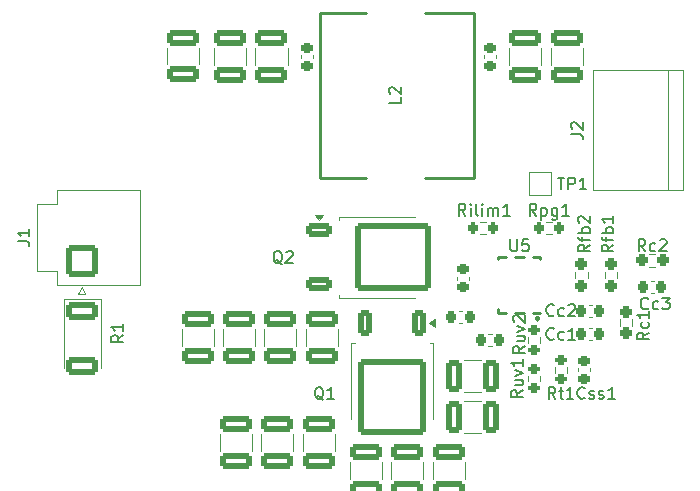
<source format=gbr>
%TF.GenerationSoftware,KiCad,Pcbnew,9.0.0*%
%TF.CreationDate,2025-04-27T18:44:57+09:00*%
%TF.ProjectId,LM25145_test,4c4d3235-3134-4355-9f74-6573742e6b69,rev?*%
%TF.SameCoordinates,Original*%
%TF.FileFunction,Legend,Top*%
%TF.FilePolarity,Positive*%
%FSLAX46Y46*%
G04 Gerber Fmt 4.6, Leading zero omitted, Abs format (unit mm)*
G04 Created by KiCad (PCBNEW 9.0.0) date 2025-04-27 18:44:57*
%MOMM*%
%LPD*%
G01*
G04 APERTURE LIST*
G04 Aperture macros list*
%AMRoundRect*
0 Rectangle with rounded corners*
0 $1 Rounding radius*
0 $2 $3 $4 $5 $6 $7 $8 $9 X,Y pos of 4 corners*
0 Add a 4 corners polygon primitive as box body*
4,1,4,$2,$3,$4,$5,$6,$7,$8,$9,$2,$3,0*
0 Add four circle primitives for the rounded corners*
1,1,$1+$1,$2,$3*
1,1,$1+$1,$4,$5*
1,1,$1+$1,$6,$7*
1,1,$1+$1,$8,$9*
0 Add four rect primitives between the rounded corners*
20,1,$1+$1,$2,$3,$4,$5,0*
20,1,$1+$1,$4,$5,$6,$7,0*
20,1,$1+$1,$6,$7,$8,$9,0*
20,1,$1+$1,$8,$9,$2,$3,0*%
G04 Aperture macros list end*
%ADD10C,0.150000*%
%ADD11C,0.120000*%
%ADD12C,0.254000*%
%ADD13RoundRect,0.250000X-1.100000X0.412500X-1.100000X-0.412500X1.100000X-0.412500X1.100000X0.412500X0*%
%ADD14RoundRect,0.200000X-0.200000X-0.275000X0.200000X-0.275000X0.200000X0.275000X-0.200000X0.275000X0*%
%ADD15C,1.400000*%
%ADD16RoundRect,0.250000X-0.412500X-1.100000X0.412500X-1.100000X0.412500X1.100000X-0.412500X1.100000X0*%
%ADD17RoundRect,0.225000X-0.225000X-0.250000X0.225000X-0.250000X0.225000X0.250000X-0.225000X0.250000X0*%
%ADD18RoundRect,0.249999X-1.075001X0.512501X-1.075001X-0.512501X1.075001X-0.512501X1.075001X0.512501X0*%
%ADD19RoundRect,0.250000X1.100000X-0.412500X1.100000X0.412500X-1.100000X0.412500X-1.100000X-0.412500X0*%
%ADD20RoundRect,0.200000X0.275000X-0.200000X0.275000X0.200000X-0.275000X0.200000X-0.275000X-0.200000X0*%
%ADD21R,0.280000X0.850000*%
%ADD22R,0.850000X0.280000*%
%ADD23R,1.700000X2.700000*%
%ADD24RoundRect,0.225000X-0.250000X0.225000X-0.250000X-0.225000X0.250000X-0.225000X0.250000X0.225000X0*%
%ADD25RoundRect,0.200000X-0.275000X0.200000X-0.275000X-0.200000X0.275000X-0.200000X0.275000X0.200000X0*%
%ADD26RoundRect,0.237500X0.237500X-0.250000X0.237500X0.250000X-0.237500X0.250000X-0.237500X-0.250000X0*%
%ADD27RoundRect,0.237500X0.250000X0.237500X-0.250000X0.237500X-0.250000X-0.237500X0.250000X-0.237500X0*%
%ADD28RoundRect,0.250001X1.099999X-1.099999X1.099999X1.099999X-1.099999X1.099999X-1.099999X-1.099999X0*%
%ADD29C,2.700000*%
%ADD30RoundRect,0.225000X0.250000X-0.225000X0.250000X0.225000X-0.250000X0.225000X-0.250000X-0.225000X0*%
%ADD31RoundRect,0.250000X-0.850000X-0.350000X0.850000X-0.350000X0.850000X0.350000X-0.850000X0.350000X0*%
%ADD32RoundRect,0.249997X-2.950003X-2.650003X2.950003X-2.650003X2.950003X2.650003X-2.950003X2.650003X0*%
%ADD33RoundRect,0.225000X0.225000X0.250000X-0.225000X0.250000X-0.225000X-0.250000X0.225000X-0.250000X0*%
%ADD34RoundRect,0.237500X-0.237500X0.250000X-0.237500X-0.250000X0.237500X-0.250000X0.237500X0.250000X0*%
%ADD35RoundRect,0.200000X0.200000X0.275000X-0.200000X0.275000X-0.200000X-0.275000X0.200000X-0.275000X0*%
%ADD36R,4.500000X4.500000*%
%ADD37R,3.000000X3.000000*%
%ADD38C,3.000000*%
%ADD39RoundRect,0.250000X-0.350000X0.850000X-0.350000X-0.850000X0.350000X-0.850000X0.350000X0.850000X0*%
%ADD40RoundRect,0.249997X-2.650003X2.950003X-2.650003X-2.950003X2.650003X-2.950003X2.650003X2.950003X0*%
G04 APERTURE END LIST*
D10*
X100308571Y-59214819D02*
X99975238Y-58738628D01*
X99737143Y-59214819D02*
X99737143Y-58214819D01*
X99737143Y-58214819D02*
X100118095Y-58214819D01*
X100118095Y-58214819D02*
X100213333Y-58262438D01*
X100213333Y-58262438D02*
X100260952Y-58310057D01*
X100260952Y-58310057D02*
X100308571Y-58405295D01*
X100308571Y-58405295D02*
X100308571Y-58548152D01*
X100308571Y-58548152D02*
X100260952Y-58643390D01*
X100260952Y-58643390D02*
X100213333Y-58691009D01*
X100213333Y-58691009D02*
X100118095Y-58738628D01*
X100118095Y-58738628D02*
X99737143Y-58738628D01*
X100737143Y-58548152D02*
X100737143Y-59548152D01*
X100737143Y-58595771D02*
X100832381Y-58548152D01*
X100832381Y-58548152D02*
X101022857Y-58548152D01*
X101022857Y-58548152D02*
X101118095Y-58595771D01*
X101118095Y-58595771D02*
X101165714Y-58643390D01*
X101165714Y-58643390D02*
X101213333Y-58738628D01*
X101213333Y-58738628D02*
X101213333Y-59024342D01*
X101213333Y-59024342D02*
X101165714Y-59119580D01*
X101165714Y-59119580D02*
X101118095Y-59167200D01*
X101118095Y-59167200D02*
X101022857Y-59214819D01*
X101022857Y-59214819D02*
X100832381Y-59214819D01*
X100832381Y-59214819D02*
X100737143Y-59167200D01*
X102070476Y-58548152D02*
X102070476Y-59357676D01*
X102070476Y-59357676D02*
X102022857Y-59452914D01*
X102022857Y-59452914D02*
X101975238Y-59500533D01*
X101975238Y-59500533D02*
X101880000Y-59548152D01*
X101880000Y-59548152D02*
X101737143Y-59548152D01*
X101737143Y-59548152D02*
X101641905Y-59500533D01*
X102070476Y-59167200D02*
X101975238Y-59214819D01*
X101975238Y-59214819D02*
X101784762Y-59214819D01*
X101784762Y-59214819D02*
X101689524Y-59167200D01*
X101689524Y-59167200D02*
X101641905Y-59119580D01*
X101641905Y-59119580D02*
X101594286Y-59024342D01*
X101594286Y-59024342D02*
X101594286Y-58738628D01*
X101594286Y-58738628D02*
X101641905Y-58643390D01*
X101641905Y-58643390D02*
X101689524Y-58595771D01*
X101689524Y-58595771D02*
X101784762Y-58548152D01*
X101784762Y-58548152D02*
X101975238Y-58548152D01*
X101975238Y-58548152D02*
X102070476Y-58595771D01*
X103070476Y-59214819D02*
X102499048Y-59214819D01*
X102784762Y-59214819D02*
X102784762Y-58214819D01*
X102784762Y-58214819D02*
X102689524Y-58357676D01*
X102689524Y-58357676D02*
X102594286Y-58452914D01*
X102594286Y-58452914D02*
X102499048Y-58500533D01*
X102118095Y-55984819D02*
X102689523Y-55984819D01*
X102403809Y-56984819D02*
X102403809Y-55984819D01*
X103022857Y-56984819D02*
X103022857Y-55984819D01*
X103022857Y-55984819D02*
X103403809Y-55984819D01*
X103403809Y-55984819D02*
X103499047Y-56032438D01*
X103499047Y-56032438D02*
X103546666Y-56080057D01*
X103546666Y-56080057D02*
X103594285Y-56175295D01*
X103594285Y-56175295D02*
X103594285Y-56318152D01*
X103594285Y-56318152D02*
X103546666Y-56413390D01*
X103546666Y-56413390D02*
X103499047Y-56461009D01*
X103499047Y-56461009D02*
X103403809Y-56508628D01*
X103403809Y-56508628D02*
X103022857Y-56508628D01*
X104546666Y-56984819D02*
X103975238Y-56984819D01*
X104260952Y-56984819D02*
X104260952Y-55984819D01*
X104260952Y-55984819D02*
X104165714Y-56127676D01*
X104165714Y-56127676D02*
X104070476Y-56222914D01*
X104070476Y-56222914D02*
X103975238Y-56270533D01*
X65334819Y-69334166D02*
X64858628Y-69667499D01*
X65334819Y-69905594D02*
X64334819Y-69905594D01*
X64334819Y-69905594D02*
X64334819Y-69524642D01*
X64334819Y-69524642D02*
X64382438Y-69429404D01*
X64382438Y-69429404D02*
X64430057Y-69381785D01*
X64430057Y-69381785D02*
X64525295Y-69334166D01*
X64525295Y-69334166D02*
X64668152Y-69334166D01*
X64668152Y-69334166D02*
X64763390Y-69381785D01*
X64763390Y-69381785D02*
X64811009Y-69429404D01*
X64811009Y-69429404D02*
X64858628Y-69524642D01*
X64858628Y-69524642D02*
X64858628Y-69905594D01*
X65334819Y-68381785D02*
X65334819Y-68953213D01*
X65334819Y-68667499D02*
X64334819Y-68667499D01*
X64334819Y-68667499D02*
X64477676Y-68762737D01*
X64477676Y-68762737D02*
X64572914Y-68857975D01*
X64572914Y-68857975D02*
X64620533Y-68953213D01*
X99149819Y-74005000D02*
X98673628Y-74338333D01*
X99149819Y-74576428D02*
X98149819Y-74576428D01*
X98149819Y-74576428D02*
X98149819Y-74195476D01*
X98149819Y-74195476D02*
X98197438Y-74100238D01*
X98197438Y-74100238D02*
X98245057Y-74052619D01*
X98245057Y-74052619D02*
X98340295Y-74005000D01*
X98340295Y-74005000D02*
X98483152Y-74005000D01*
X98483152Y-74005000D02*
X98578390Y-74052619D01*
X98578390Y-74052619D02*
X98626009Y-74100238D01*
X98626009Y-74100238D02*
X98673628Y-74195476D01*
X98673628Y-74195476D02*
X98673628Y-74576428D01*
X98483152Y-73147857D02*
X99149819Y-73147857D01*
X98483152Y-73576428D02*
X99006961Y-73576428D01*
X99006961Y-73576428D02*
X99102200Y-73528809D01*
X99102200Y-73528809D02*
X99149819Y-73433571D01*
X99149819Y-73433571D02*
X99149819Y-73290714D01*
X99149819Y-73290714D02*
X99102200Y-73195476D01*
X99102200Y-73195476D02*
X99054580Y-73147857D01*
X98483152Y-72766904D02*
X99149819Y-72528809D01*
X99149819Y-72528809D02*
X98483152Y-72290714D01*
X99149819Y-71385952D02*
X99149819Y-71957380D01*
X99149819Y-71671666D02*
X98149819Y-71671666D01*
X98149819Y-71671666D02*
X98292676Y-71766904D01*
X98292676Y-71766904D02*
X98387914Y-71862142D01*
X98387914Y-71862142D02*
X98435533Y-71957380D01*
X98118095Y-61214819D02*
X98118095Y-62024342D01*
X98118095Y-62024342D02*
X98165714Y-62119580D01*
X98165714Y-62119580D02*
X98213333Y-62167200D01*
X98213333Y-62167200D02*
X98308571Y-62214819D01*
X98308571Y-62214819D02*
X98499047Y-62214819D01*
X98499047Y-62214819D02*
X98594285Y-62167200D01*
X98594285Y-62167200D02*
X98641904Y-62119580D01*
X98641904Y-62119580D02*
X98689523Y-62024342D01*
X98689523Y-62024342D02*
X98689523Y-61214819D01*
X99641904Y-61214819D02*
X99165714Y-61214819D01*
X99165714Y-61214819D02*
X99118095Y-61691009D01*
X99118095Y-61691009D02*
X99165714Y-61643390D01*
X99165714Y-61643390D02*
X99260952Y-61595771D01*
X99260952Y-61595771D02*
X99499047Y-61595771D01*
X99499047Y-61595771D02*
X99594285Y-61643390D01*
X99594285Y-61643390D02*
X99641904Y-61691009D01*
X99641904Y-61691009D02*
X99689523Y-61786247D01*
X99689523Y-61786247D02*
X99689523Y-62024342D01*
X99689523Y-62024342D02*
X99641904Y-62119580D01*
X99641904Y-62119580D02*
X99594285Y-62167200D01*
X99594285Y-62167200D02*
X99499047Y-62214819D01*
X99499047Y-62214819D02*
X99260952Y-62214819D01*
X99260952Y-62214819D02*
X99165714Y-62167200D01*
X99165714Y-62167200D02*
X99118095Y-62119580D01*
X99334819Y-70260000D02*
X98858628Y-70593333D01*
X99334819Y-70831428D02*
X98334819Y-70831428D01*
X98334819Y-70831428D02*
X98334819Y-70450476D01*
X98334819Y-70450476D02*
X98382438Y-70355238D01*
X98382438Y-70355238D02*
X98430057Y-70307619D01*
X98430057Y-70307619D02*
X98525295Y-70260000D01*
X98525295Y-70260000D02*
X98668152Y-70260000D01*
X98668152Y-70260000D02*
X98763390Y-70307619D01*
X98763390Y-70307619D02*
X98811009Y-70355238D01*
X98811009Y-70355238D02*
X98858628Y-70450476D01*
X98858628Y-70450476D02*
X98858628Y-70831428D01*
X98668152Y-69402857D02*
X99334819Y-69402857D01*
X98668152Y-69831428D02*
X99191961Y-69831428D01*
X99191961Y-69831428D02*
X99287200Y-69783809D01*
X99287200Y-69783809D02*
X99334819Y-69688571D01*
X99334819Y-69688571D02*
X99334819Y-69545714D01*
X99334819Y-69545714D02*
X99287200Y-69450476D01*
X99287200Y-69450476D02*
X99239580Y-69402857D01*
X98668152Y-69021904D02*
X99334819Y-68783809D01*
X99334819Y-68783809D02*
X98668152Y-68545714D01*
X98430057Y-68212380D02*
X98382438Y-68164761D01*
X98382438Y-68164761D02*
X98334819Y-68069523D01*
X98334819Y-68069523D02*
X98334819Y-67831428D01*
X98334819Y-67831428D02*
X98382438Y-67736190D01*
X98382438Y-67736190D02*
X98430057Y-67688571D01*
X98430057Y-67688571D02*
X98525295Y-67640952D01*
X98525295Y-67640952D02*
X98620533Y-67640952D01*
X98620533Y-67640952D02*
X98763390Y-67688571D01*
X98763390Y-67688571D02*
X99334819Y-68259999D01*
X99334819Y-68259999D02*
X99334819Y-67640952D01*
X106834819Y-61664762D02*
X106358628Y-61998095D01*
X106834819Y-62236190D02*
X105834819Y-62236190D01*
X105834819Y-62236190D02*
X105834819Y-61855238D01*
X105834819Y-61855238D02*
X105882438Y-61760000D01*
X105882438Y-61760000D02*
X105930057Y-61712381D01*
X105930057Y-61712381D02*
X106025295Y-61664762D01*
X106025295Y-61664762D02*
X106168152Y-61664762D01*
X106168152Y-61664762D02*
X106263390Y-61712381D01*
X106263390Y-61712381D02*
X106311009Y-61760000D01*
X106311009Y-61760000D02*
X106358628Y-61855238D01*
X106358628Y-61855238D02*
X106358628Y-62236190D01*
X106168152Y-61379047D02*
X106168152Y-60998095D01*
X106834819Y-61236190D02*
X105977676Y-61236190D01*
X105977676Y-61236190D02*
X105882438Y-61188571D01*
X105882438Y-61188571D02*
X105834819Y-61093333D01*
X105834819Y-61093333D02*
X105834819Y-60998095D01*
X106834819Y-60664761D02*
X105834819Y-60664761D01*
X106215771Y-60664761D02*
X106168152Y-60569523D01*
X106168152Y-60569523D02*
X106168152Y-60379047D01*
X106168152Y-60379047D02*
X106215771Y-60283809D01*
X106215771Y-60283809D02*
X106263390Y-60236190D01*
X106263390Y-60236190D02*
X106358628Y-60188571D01*
X106358628Y-60188571D02*
X106644342Y-60188571D01*
X106644342Y-60188571D02*
X106739580Y-60236190D01*
X106739580Y-60236190D02*
X106787200Y-60283809D01*
X106787200Y-60283809D02*
X106834819Y-60379047D01*
X106834819Y-60379047D02*
X106834819Y-60569523D01*
X106834819Y-60569523D02*
X106787200Y-60664761D01*
X106834819Y-59236190D02*
X106834819Y-59807618D01*
X106834819Y-59521904D02*
X105834819Y-59521904D01*
X105834819Y-59521904D02*
X105977676Y-59617142D01*
X105977676Y-59617142D02*
X106072914Y-59712380D01*
X106072914Y-59712380D02*
X106120533Y-59807618D01*
X101927618Y-74714819D02*
X101594285Y-74238628D01*
X101356190Y-74714819D02*
X101356190Y-73714819D01*
X101356190Y-73714819D02*
X101737142Y-73714819D01*
X101737142Y-73714819D02*
X101832380Y-73762438D01*
X101832380Y-73762438D02*
X101879999Y-73810057D01*
X101879999Y-73810057D02*
X101927618Y-73905295D01*
X101927618Y-73905295D02*
X101927618Y-74048152D01*
X101927618Y-74048152D02*
X101879999Y-74143390D01*
X101879999Y-74143390D02*
X101832380Y-74191009D01*
X101832380Y-74191009D02*
X101737142Y-74238628D01*
X101737142Y-74238628D02*
X101356190Y-74238628D01*
X102213333Y-74048152D02*
X102594285Y-74048152D01*
X102356190Y-73714819D02*
X102356190Y-74571961D01*
X102356190Y-74571961D02*
X102403809Y-74667200D01*
X102403809Y-74667200D02*
X102499047Y-74714819D01*
X102499047Y-74714819D02*
X102594285Y-74714819D01*
X103451428Y-74714819D02*
X102880000Y-74714819D01*
X103165714Y-74714819D02*
X103165714Y-73714819D01*
X103165714Y-73714819D02*
X103070476Y-73857676D01*
X103070476Y-73857676D02*
X102975238Y-73952914D01*
X102975238Y-73952914D02*
X102880000Y-74000533D01*
X109529761Y-62214819D02*
X109196428Y-61738628D01*
X108958333Y-62214819D02*
X108958333Y-61214819D01*
X108958333Y-61214819D02*
X109339285Y-61214819D01*
X109339285Y-61214819D02*
X109434523Y-61262438D01*
X109434523Y-61262438D02*
X109482142Y-61310057D01*
X109482142Y-61310057D02*
X109529761Y-61405295D01*
X109529761Y-61405295D02*
X109529761Y-61548152D01*
X109529761Y-61548152D02*
X109482142Y-61643390D01*
X109482142Y-61643390D02*
X109434523Y-61691009D01*
X109434523Y-61691009D02*
X109339285Y-61738628D01*
X109339285Y-61738628D02*
X108958333Y-61738628D01*
X110386904Y-62167200D02*
X110291666Y-62214819D01*
X110291666Y-62214819D02*
X110101190Y-62214819D01*
X110101190Y-62214819D02*
X110005952Y-62167200D01*
X110005952Y-62167200D02*
X109958333Y-62119580D01*
X109958333Y-62119580D02*
X109910714Y-62024342D01*
X109910714Y-62024342D02*
X109910714Y-61738628D01*
X109910714Y-61738628D02*
X109958333Y-61643390D01*
X109958333Y-61643390D02*
X110005952Y-61595771D01*
X110005952Y-61595771D02*
X110101190Y-61548152D01*
X110101190Y-61548152D02*
X110291666Y-61548152D01*
X110291666Y-61548152D02*
X110386904Y-61595771D01*
X110767857Y-61310057D02*
X110815476Y-61262438D01*
X110815476Y-61262438D02*
X110910714Y-61214819D01*
X110910714Y-61214819D02*
X111148809Y-61214819D01*
X111148809Y-61214819D02*
X111244047Y-61262438D01*
X111244047Y-61262438D02*
X111291666Y-61310057D01*
X111291666Y-61310057D02*
X111339285Y-61405295D01*
X111339285Y-61405295D02*
X111339285Y-61500533D01*
X111339285Y-61500533D02*
X111291666Y-61643390D01*
X111291666Y-61643390D02*
X110720238Y-62214819D01*
X110720238Y-62214819D02*
X111339285Y-62214819D01*
X56384819Y-61370833D02*
X57099104Y-61370833D01*
X57099104Y-61370833D02*
X57241961Y-61418452D01*
X57241961Y-61418452D02*
X57337200Y-61513690D01*
X57337200Y-61513690D02*
X57384819Y-61656547D01*
X57384819Y-61656547D02*
X57384819Y-61751785D01*
X57384819Y-60370833D02*
X57384819Y-60942261D01*
X57384819Y-60656547D02*
X56384819Y-60656547D01*
X56384819Y-60656547D02*
X56527676Y-60751785D01*
X56527676Y-60751785D02*
X56622914Y-60847023D01*
X56622914Y-60847023D02*
X56670533Y-60942261D01*
X109834819Y-69104962D02*
X109358628Y-69438295D01*
X109834819Y-69676390D02*
X108834819Y-69676390D01*
X108834819Y-69676390D02*
X108834819Y-69295438D01*
X108834819Y-69295438D02*
X108882438Y-69200200D01*
X108882438Y-69200200D02*
X108930057Y-69152581D01*
X108930057Y-69152581D02*
X109025295Y-69104962D01*
X109025295Y-69104962D02*
X109168152Y-69104962D01*
X109168152Y-69104962D02*
X109263390Y-69152581D01*
X109263390Y-69152581D02*
X109311009Y-69200200D01*
X109311009Y-69200200D02*
X109358628Y-69295438D01*
X109358628Y-69295438D02*
X109358628Y-69676390D01*
X109787200Y-68247819D02*
X109834819Y-68343057D01*
X109834819Y-68343057D02*
X109834819Y-68533533D01*
X109834819Y-68533533D02*
X109787200Y-68628771D01*
X109787200Y-68628771D02*
X109739580Y-68676390D01*
X109739580Y-68676390D02*
X109644342Y-68724009D01*
X109644342Y-68724009D02*
X109358628Y-68724009D01*
X109358628Y-68724009D02*
X109263390Y-68676390D01*
X109263390Y-68676390D02*
X109215771Y-68628771D01*
X109215771Y-68628771D02*
X109168152Y-68533533D01*
X109168152Y-68533533D02*
X109168152Y-68343057D01*
X109168152Y-68343057D02*
X109215771Y-68247819D01*
X109834819Y-67295438D02*
X109834819Y-67866866D01*
X109834819Y-67581152D02*
X108834819Y-67581152D01*
X108834819Y-67581152D02*
X108977676Y-67676390D01*
X108977676Y-67676390D02*
X109072914Y-67771628D01*
X109072914Y-67771628D02*
X109120533Y-67866866D01*
X78784761Y-63310057D02*
X78689523Y-63262438D01*
X78689523Y-63262438D02*
X78594285Y-63167200D01*
X78594285Y-63167200D02*
X78451428Y-63024342D01*
X78451428Y-63024342D02*
X78356190Y-62976723D01*
X78356190Y-62976723D02*
X78260952Y-62976723D01*
X78308571Y-63214819D02*
X78213333Y-63167200D01*
X78213333Y-63167200D02*
X78118095Y-63071961D01*
X78118095Y-63071961D02*
X78070476Y-62881485D01*
X78070476Y-62881485D02*
X78070476Y-62548152D01*
X78070476Y-62548152D02*
X78118095Y-62357676D01*
X78118095Y-62357676D02*
X78213333Y-62262438D01*
X78213333Y-62262438D02*
X78308571Y-62214819D01*
X78308571Y-62214819D02*
X78499047Y-62214819D01*
X78499047Y-62214819D02*
X78594285Y-62262438D01*
X78594285Y-62262438D02*
X78689523Y-62357676D01*
X78689523Y-62357676D02*
X78737142Y-62548152D01*
X78737142Y-62548152D02*
X78737142Y-62881485D01*
X78737142Y-62881485D02*
X78689523Y-63071961D01*
X78689523Y-63071961D02*
X78594285Y-63167200D01*
X78594285Y-63167200D02*
X78499047Y-63214819D01*
X78499047Y-63214819D02*
X78308571Y-63214819D01*
X79118095Y-62310057D02*
X79165714Y-62262438D01*
X79165714Y-62262438D02*
X79260952Y-62214819D01*
X79260952Y-62214819D02*
X79499047Y-62214819D01*
X79499047Y-62214819D02*
X79594285Y-62262438D01*
X79594285Y-62262438D02*
X79641904Y-62310057D01*
X79641904Y-62310057D02*
X79689523Y-62405295D01*
X79689523Y-62405295D02*
X79689523Y-62500533D01*
X79689523Y-62500533D02*
X79641904Y-62643390D01*
X79641904Y-62643390D02*
X79070476Y-63214819D01*
X79070476Y-63214819D02*
X79689523Y-63214819D01*
X101784761Y-69619580D02*
X101737142Y-69667200D01*
X101737142Y-69667200D02*
X101594285Y-69714819D01*
X101594285Y-69714819D02*
X101499047Y-69714819D01*
X101499047Y-69714819D02*
X101356190Y-69667200D01*
X101356190Y-69667200D02*
X101260952Y-69571961D01*
X101260952Y-69571961D02*
X101213333Y-69476723D01*
X101213333Y-69476723D02*
X101165714Y-69286247D01*
X101165714Y-69286247D02*
X101165714Y-69143390D01*
X101165714Y-69143390D02*
X101213333Y-68952914D01*
X101213333Y-68952914D02*
X101260952Y-68857676D01*
X101260952Y-68857676D02*
X101356190Y-68762438D01*
X101356190Y-68762438D02*
X101499047Y-68714819D01*
X101499047Y-68714819D02*
X101594285Y-68714819D01*
X101594285Y-68714819D02*
X101737142Y-68762438D01*
X101737142Y-68762438D02*
X101784761Y-68810057D01*
X102641904Y-69667200D02*
X102546666Y-69714819D01*
X102546666Y-69714819D02*
X102356190Y-69714819D01*
X102356190Y-69714819D02*
X102260952Y-69667200D01*
X102260952Y-69667200D02*
X102213333Y-69619580D01*
X102213333Y-69619580D02*
X102165714Y-69524342D01*
X102165714Y-69524342D02*
X102165714Y-69238628D01*
X102165714Y-69238628D02*
X102213333Y-69143390D01*
X102213333Y-69143390D02*
X102260952Y-69095771D01*
X102260952Y-69095771D02*
X102356190Y-69048152D01*
X102356190Y-69048152D02*
X102546666Y-69048152D01*
X102546666Y-69048152D02*
X102641904Y-69095771D01*
X103594285Y-69714819D02*
X103022857Y-69714819D01*
X103308571Y-69714819D02*
X103308571Y-68714819D01*
X103308571Y-68714819D02*
X103213333Y-68857676D01*
X103213333Y-68857676D02*
X103118095Y-68952914D01*
X103118095Y-68952914D02*
X103022857Y-69000533D01*
X101784761Y-67619580D02*
X101737142Y-67667200D01*
X101737142Y-67667200D02*
X101594285Y-67714819D01*
X101594285Y-67714819D02*
X101499047Y-67714819D01*
X101499047Y-67714819D02*
X101356190Y-67667200D01*
X101356190Y-67667200D02*
X101260952Y-67571961D01*
X101260952Y-67571961D02*
X101213333Y-67476723D01*
X101213333Y-67476723D02*
X101165714Y-67286247D01*
X101165714Y-67286247D02*
X101165714Y-67143390D01*
X101165714Y-67143390D02*
X101213333Y-66952914D01*
X101213333Y-66952914D02*
X101260952Y-66857676D01*
X101260952Y-66857676D02*
X101356190Y-66762438D01*
X101356190Y-66762438D02*
X101499047Y-66714819D01*
X101499047Y-66714819D02*
X101594285Y-66714819D01*
X101594285Y-66714819D02*
X101737142Y-66762438D01*
X101737142Y-66762438D02*
X101784761Y-66810057D01*
X102641904Y-67667200D02*
X102546666Y-67714819D01*
X102546666Y-67714819D02*
X102356190Y-67714819D01*
X102356190Y-67714819D02*
X102260952Y-67667200D01*
X102260952Y-67667200D02*
X102213333Y-67619580D01*
X102213333Y-67619580D02*
X102165714Y-67524342D01*
X102165714Y-67524342D02*
X102165714Y-67238628D01*
X102165714Y-67238628D02*
X102213333Y-67143390D01*
X102213333Y-67143390D02*
X102260952Y-67095771D01*
X102260952Y-67095771D02*
X102356190Y-67048152D01*
X102356190Y-67048152D02*
X102546666Y-67048152D01*
X102546666Y-67048152D02*
X102641904Y-67095771D01*
X103022857Y-66810057D02*
X103070476Y-66762438D01*
X103070476Y-66762438D02*
X103165714Y-66714819D01*
X103165714Y-66714819D02*
X103403809Y-66714819D01*
X103403809Y-66714819D02*
X103499047Y-66762438D01*
X103499047Y-66762438D02*
X103546666Y-66810057D01*
X103546666Y-66810057D02*
X103594285Y-66905295D01*
X103594285Y-66905295D02*
X103594285Y-67000533D01*
X103594285Y-67000533D02*
X103546666Y-67143390D01*
X103546666Y-67143390D02*
X102975238Y-67714819D01*
X102975238Y-67714819D02*
X103594285Y-67714819D01*
X104834819Y-61664762D02*
X104358628Y-61998095D01*
X104834819Y-62236190D02*
X103834819Y-62236190D01*
X103834819Y-62236190D02*
X103834819Y-61855238D01*
X103834819Y-61855238D02*
X103882438Y-61760000D01*
X103882438Y-61760000D02*
X103930057Y-61712381D01*
X103930057Y-61712381D02*
X104025295Y-61664762D01*
X104025295Y-61664762D02*
X104168152Y-61664762D01*
X104168152Y-61664762D02*
X104263390Y-61712381D01*
X104263390Y-61712381D02*
X104311009Y-61760000D01*
X104311009Y-61760000D02*
X104358628Y-61855238D01*
X104358628Y-61855238D02*
X104358628Y-62236190D01*
X104168152Y-61379047D02*
X104168152Y-60998095D01*
X104834819Y-61236190D02*
X103977676Y-61236190D01*
X103977676Y-61236190D02*
X103882438Y-61188571D01*
X103882438Y-61188571D02*
X103834819Y-61093333D01*
X103834819Y-61093333D02*
X103834819Y-60998095D01*
X104834819Y-60664761D02*
X103834819Y-60664761D01*
X104215771Y-60664761D02*
X104168152Y-60569523D01*
X104168152Y-60569523D02*
X104168152Y-60379047D01*
X104168152Y-60379047D02*
X104215771Y-60283809D01*
X104215771Y-60283809D02*
X104263390Y-60236190D01*
X104263390Y-60236190D02*
X104358628Y-60188571D01*
X104358628Y-60188571D02*
X104644342Y-60188571D01*
X104644342Y-60188571D02*
X104739580Y-60236190D01*
X104739580Y-60236190D02*
X104787200Y-60283809D01*
X104787200Y-60283809D02*
X104834819Y-60379047D01*
X104834819Y-60379047D02*
X104834819Y-60569523D01*
X104834819Y-60569523D02*
X104787200Y-60664761D01*
X103930057Y-59807618D02*
X103882438Y-59759999D01*
X103882438Y-59759999D02*
X103834819Y-59664761D01*
X103834819Y-59664761D02*
X103834819Y-59426666D01*
X103834819Y-59426666D02*
X103882438Y-59331428D01*
X103882438Y-59331428D02*
X103930057Y-59283809D01*
X103930057Y-59283809D02*
X104025295Y-59236190D01*
X104025295Y-59236190D02*
X104120533Y-59236190D01*
X104120533Y-59236190D02*
X104263390Y-59283809D01*
X104263390Y-59283809D02*
X104834819Y-59855237D01*
X104834819Y-59855237D02*
X104834819Y-59236190D01*
X109779761Y-67044580D02*
X109732142Y-67092200D01*
X109732142Y-67092200D02*
X109589285Y-67139819D01*
X109589285Y-67139819D02*
X109494047Y-67139819D01*
X109494047Y-67139819D02*
X109351190Y-67092200D01*
X109351190Y-67092200D02*
X109255952Y-66996961D01*
X109255952Y-66996961D02*
X109208333Y-66901723D01*
X109208333Y-66901723D02*
X109160714Y-66711247D01*
X109160714Y-66711247D02*
X109160714Y-66568390D01*
X109160714Y-66568390D02*
X109208333Y-66377914D01*
X109208333Y-66377914D02*
X109255952Y-66282676D01*
X109255952Y-66282676D02*
X109351190Y-66187438D01*
X109351190Y-66187438D02*
X109494047Y-66139819D01*
X109494047Y-66139819D02*
X109589285Y-66139819D01*
X109589285Y-66139819D02*
X109732142Y-66187438D01*
X109732142Y-66187438D02*
X109779761Y-66235057D01*
X110636904Y-67092200D02*
X110541666Y-67139819D01*
X110541666Y-67139819D02*
X110351190Y-67139819D01*
X110351190Y-67139819D02*
X110255952Y-67092200D01*
X110255952Y-67092200D02*
X110208333Y-67044580D01*
X110208333Y-67044580D02*
X110160714Y-66949342D01*
X110160714Y-66949342D02*
X110160714Y-66663628D01*
X110160714Y-66663628D02*
X110208333Y-66568390D01*
X110208333Y-66568390D02*
X110255952Y-66520771D01*
X110255952Y-66520771D02*
X110351190Y-66473152D01*
X110351190Y-66473152D02*
X110541666Y-66473152D01*
X110541666Y-66473152D02*
X110636904Y-66520771D01*
X110970238Y-66139819D02*
X111589285Y-66139819D01*
X111589285Y-66139819D02*
X111255952Y-66520771D01*
X111255952Y-66520771D02*
X111398809Y-66520771D01*
X111398809Y-66520771D02*
X111494047Y-66568390D01*
X111494047Y-66568390D02*
X111541666Y-66616009D01*
X111541666Y-66616009D02*
X111589285Y-66711247D01*
X111589285Y-66711247D02*
X111589285Y-66949342D01*
X111589285Y-66949342D02*
X111541666Y-67044580D01*
X111541666Y-67044580D02*
X111494047Y-67092200D01*
X111494047Y-67092200D02*
X111398809Y-67139819D01*
X111398809Y-67139819D02*
X111113095Y-67139819D01*
X111113095Y-67139819D02*
X111017857Y-67092200D01*
X111017857Y-67092200D02*
X110970238Y-67044580D01*
X104403809Y-74619580D02*
X104356190Y-74667200D01*
X104356190Y-74667200D02*
X104213333Y-74714819D01*
X104213333Y-74714819D02*
X104118095Y-74714819D01*
X104118095Y-74714819D02*
X103975238Y-74667200D01*
X103975238Y-74667200D02*
X103880000Y-74571961D01*
X103880000Y-74571961D02*
X103832381Y-74476723D01*
X103832381Y-74476723D02*
X103784762Y-74286247D01*
X103784762Y-74286247D02*
X103784762Y-74143390D01*
X103784762Y-74143390D02*
X103832381Y-73952914D01*
X103832381Y-73952914D02*
X103880000Y-73857676D01*
X103880000Y-73857676D02*
X103975238Y-73762438D01*
X103975238Y-73762438D02*
X104118095Y-73714819D01*
X104118095Y-73714819D02*
X104213333Y-73714819D01*
X104213333Y-73714819D02*
X104356190Y-73762438D01*
X104356190Y-73762438D02*
X104403809Y-73810057D01*
X104784762Y-74667200D02*
X104880000Y-74714819D01*
X104880000Y-74714819D02*
X105070476Y-74714819D01*
X105070476Y-74714819D02*
X105165714Y-74667200D01*
X105165714Y-74667200D02*
X105213333Y-74571961D01*
X105213333Y-74571961D02*
X105213333Y-74524342D01*
X105213333Y-74524342D02*
X105165714Y-74429104D01*
X105165714Y-74429104D02*
X105070476Y-74381485D01*
X105070476Y-74381485D02*
X104927619Y-74381485D01*
X104927619Y-74381485D02*
X104832381Y-74333866D01*
X104832381Y-74333866D02*
X104784762Y-74238628D01*
X104784762Y-74238628D02*
X104784762Y-74191009D01*
X104784762Y-74191009D02*
X104832381Y-74095771D01*
X104832381Y-74095771D02*
X104927619Y-74048152D01*
X104927619Y-74048152D02*
X105070476Y-74048152D01*
X105070476Y-74048152D02*
X105165714Y-74095771D01*
X105594286Y-74667200D02*
X105689524Y-74714819D01*
X105689524Y-74714819D02*
X105880000Y-74714819D01*
X105880000Y-74714819D02*
X105975238Y-74667200D01*
X105975238Y-74667200D02*
X106022857Y-74571961D01*
X106022857Y-74571961D02*
X106022857Y-74524342D01*
X106022857Y-74524342D02*
X105975238Y-74429104D01*
X105975238Y-74429104D02*
X105880000Y-74381485D01*
X105880000Y-74381485D02*
X105737143Y-74381485D01*
X105737143Y-74381485D02*
X105641905Y-74333866D01*
X105641905Y-74333866D02*
X105594286Y-74238628D01*
X105594286Y-74238628D02*
X105594286Y-74191009D01*
X105594286Y-74191009D02*
X105641905Y-74095771D01*
X105641905Y-74095771D02*
X105737143Y-74048152D01*
X105737143Y-74048152D02*
X105880000Y-74048152D01*
X105880000Y-74048152D02*
X105975238Y-74095771D01*
X106975238Y-74714819D02*
X106403810Y-74714819D01*
X106689524Y-74714819D02*
X106689524Y-73714819D01*
X106689524Y-73714819D02*
X106594286Y-73857676D01*
X106594286Y-73857676D02*
X106499048Y-73952914D01*
X106499048Y-73952914D02*
X106403810Y-74000533D01*
X94308571Y-59214819D02*
X93975238Y-58738628D01*
X93737143Y-59214819D02*
X93737143Y-58214819D01*
X93737143Y-58214819D02*
X94118095Y-58214819D01*
X94118095Y-58214819D02*
X94213333Y-58262438D01*
X94213333Y-58262438D02*
X94260952Y-58310057D01*
X94260952Y-58310057D02*
X94308571Y-58405295D01*
X94308571Y-58405295D02*
X94308571Y-58548152D01*
X94308571Y-58548152D02*
X94260952Y-58643390D01*
X94260952Y-58643390D02*
X94213333Y-58691009D01*
X94213333Y-58691009D02*
X94118095Y-58738628D01*
X94118095Y-58738628D02*
X93737143Y-58738628D01*
X94737143Y-59214819D02*
X94737143Y-58548152D01*
X94737143Y-58214819D02*
X94689524Y-58262438D01*
X94689524Y-58262438D02*
X94737143Y-58310057D01*
X94737143Y-58310057D02*
X94784762Y-58262438D01*
X94784762Y-58262438D02*
X94737143Y-58214819D01*
X94737143Y-58214819D02*
X94737143Y-58310057D01*
X95356190Y-59214819D02*
X95260952Y-59167200D01*
X95260952Y-59167200D02*
X95213333Y-59071961D01*
X95213333Y-59071961D02*
X95213333Y-58214819D01*
X95737143Y-59214819D02*
X95737143Y-58548152D01*
X95737143Y-58214819D02*
X95689524Y-58262438D01*
X95689524Y-58262438D02*
X95737143Y-58310057D01*
X95737143Y-58310057D02*
X95784762Y-58262438D01*
X95784762Y-58262438D02*
X95737143Y-58214819D01*
X95737143Y-58214819D02*
X95737143Y-58310057D01*
X96213333Y-59214819D02*
X96213333Y-58548152D01*
X96213333Y-58643390D02*
X96260952Y-58595771D01*
X96260952Y-58595771D02*
X96356190Y-58548152D01*
X96356190Y-58548152D02*
X96499047Y-58548152D01*
X96499047Y-58548152D02*
X96594285Y-58595771D01*
X96594285Y-58595771D02*
X96641904Y-58691009D01*
X96641904Y-58691009D02*
X96641904Y-59214819D01*
X96641904Y-58691009D02*
X96689523Y-58595771D01*
X96689523Y-58595771D02*
X96784761Y-58548152D01*
X96784761Y-58548152D02*
X96927618Y-58548152D01*
X96927618Y-58548152D02*
X97022857Y-58595771D01*
X97022857Y-58595771D02*
X97070476Y-58691009D01*
X97070476Y-58691009D02*
X97070476Y-59214819D01*
X98070475Y-59214819D02*
X97499047Y-59214819D01*
X97784761Y-59214819D02*
X97784761Y-58214819D01*
X97784761Y-58214819D02*
X97689523Y-58357676D01*
X97689523Y-58357676D02*
X97594285Y-58452914D01*
X97594285Y-58452914D02*
X97499047Y-58500533D01*
X88829819Y-49171666D02*
X88829819Y-49647856D01*
X88829819Y-49647856D02*
X87829819Y-49647856D01*
X87925057Y-48885951D02*
X87877438Y-48838332D01*
X87877438Y-48838332D02*
X87829819Y-48743094D01*
X87829819Y-48743094D02*
X87829819Y-48504999D01*
X87829819Y-48504999D02*
X87877438Y-48409761D01*
X87877438Y-48409761D02*
X87925057Y-48362142D01*
X87925057Y-48362142D02*
X88020295Y-48314523D01*
X88020295Y-48314523D02*
X88115533Y-48314523D01*
X88115533Y-48314523D02*
X88258390Y-48362142D01*
X88258390Y-48362142D02*
X88829819Y-48933570D01*
X88829819Y-48933570D02*
X88829819Y-48314523D01*
X103249819Y-52298333D02*
X103964104Y-52298333D01*
X103964104Y-52298333D02*
X104106961Y-52345952D01*
X104106961Y-52345952D02*
X104202200Y-52441190D01*
X104202200Y-52441190D02*
X104249819Y-52584047D01*
X104249819Y-52584047D02*
X104249819Y-52679285D01*
X103345057Y-51869761D02*
X103297438Y-51822142D01*
X103297438Y-51822142D02*
X103249819Y-51726904D01*
X103249819Y-51726904D02*
X103249819Y-51488809D01*
X103249819Y-51488809D02*
X103297438Y-51393571D01*
X103297438Y-51393571D02*
X103345057Y-51345952D01*
X103345057Y-51345952D02*
X103440295Y-51298333D01*
X103440295Y-51298333D02*
X103535533Y-51298333D01*
X103535533Y-51298333D02*
X103678390Y-51345952D01*
X103678390Y-51345952D02*
X104249819Y-51917380D01*
X104249819Y-51917380D02*
X104249819Y-51298333D01*
X82284761Y-74810057D02*
X82189523Y-74762438D01*
X82189523Y-74762438D02*
X82094285Y-74667200D01*
X82094285Y-74667200D02*
X81951428Y-74524342D01*
X81951428Y-74524342D02*
X81856190Y-74476723D01*
X81856190Y-74476723D02*
X81760952Y-74476723D01*
X81808571Y-74714819D02*
X81713333Y-74667200D01*
X81713333Y-74667200D02*
X81618095Y-74571961D01*
X81618095Y-74571961D02*
X81570476Y-74381485D01*
X81570476Y-74381485D02*
X81570476Y-74048152D01*
X81570476Y-74048152D02*
X81618095Y-73857676D01*
X81618095Y-73857676D02*
X81713333Y-73762438D01*
X81713333Y-73762438D02*
X81808571Y-73714819D01*
X81808571Y-73714819D02*
X81999047Y-73714819D01*
X81999047Y-73714819D02*
X82094285Y-73762438D01*
X82094285Y-73762438D02*
X82189523Y-73857676D01*
X82189523Y-73857676D02*
X82237142Y-74048152D01*
X82237142Y-74048152D02*
X82237142Y-74381485D01*
X82237142Y-74381485D02*
X82189523Y-74571961D01*
X82189523Y-74571961D02*
X82094285Y-74667200D01*
X82094285Y-74667200D02*
X81999047Y-74714819D01*
X81999047Y-74714819D02*
X81808571Y-74714819D01*
X83189523Y-74714819D02*
X82618095Y-74714819D01*
X82903809Y-74714819D02*
X82903809Y-73714819D01*
X82903809Y-73714819D02*
X82808571Y-73857676D01*
X82808571Y-73857676D02*
X82713333Y-73952914D01*
X82713333Y-73952914D02*
X82618095Y-74000533D01*
D11*
%TO.C,Cin2*%
X77020000Y-77736248D02*
X77020000Y-79158752D01*
X79740000Y-77736248D02*
X79740000Y-79158752D01*
%TO.C,Rpg1*%
X101137742Y-59732500D02*
X101612258Y-59732500D01*
X101137742Y-60777500D02*
X101612258Y-60777500D01*
%TO.C,Cout6*%
X98020000Y-45048748D02*
X98020000Y-46471252D01*
X100740000Y-45048748D02*
X100740000Y-46471252D01*
%TO.C,TP1*%
X99675000Y-55555000D02*
X99675000Y-57455000D01*
X99675000Y-57455000D02*
X101525000Y-57455000D01*
X101525000Y-55555000D02*
X99675000Y-55555000D01*
X101525000Y-55605000D02*
X101525000Y-55555000D01*
X101525000Y-57455000D02*
X101525000Y-55605000D01*
%TO.C,Cin8*%
X94168748Y-71400000D02*
X95591252Y-71400000D01*
X94168748Y-74120000D02*
X95591252Y-74120000D01*
%TO.C,Cbst1*%
X93734420Y-67245000D02*
X94015580Y-67245000D01*
X93734420Y-68265000D02*
X94015580Y-68265000D01*
%TO.C,R1*%
X60295000Y-66237500D02*
X60295000Y-72097500D01*
X63465000Y-66237500D02*
X60295000Y-66237500D01*
X63465000Y-72097500D02*
X63465000Y-66237500D01*
%TO.C,Cin10*%
X77270000Y-70221252D02*
X77270000Y-68798748D01*
X79990000Y-70221252D02*
X79990000Y-68798748D01*
%TO.C,Cvin1*%
X96234420Y-69245000D02*
X96515580Y-69245000D01*
X96234420Y-70265000D02*
X96515580Y-70265000D01*
%TO.C,Ruv1*%
X99602500Y-73242258D02*
X99602500Y-72767742D01*
X100647500Y-73242258D02*
X100647500Y-72767742D01*
D12*
%TO.C,U5*%
X97099000Y-62720500D02*
X97758000Y-62720500D01*
X97099000Y-62884000D02*
X97099000Y-62720500D01*
X97099000Y-67419500D02*
X97099000Y-67127500D01*
X97099000Y-67419500D02*
X97756000Y-67419500D01*
X98498000Y-67419500D02*
X99258000Y-67419500D01*
X98500000Y-62720500D02*
X99258000Y-62720500D01*
X100000000Y-62720500D02*
X100655000Y-62720500D01*
X100000000Y-67419500D02*
X100655000Y-67419500D01*
X100655000Y-62720500D02*
X100655000Y-62884000D01*
X100528000Y-67927500D02*
G75*
G02*
X100274000Y-67927500I-127000J0D01*
G01*
X100274000Y-67927500D02*
G75*
G02*
X100528000Y-67927500I127000J0D01*
G01*
D11*
%TO.C,Cin11*%
X73770000Y-70221252D02*
X73770000Y-68798748D01*
X76490000Y-70221252D02*
X76490000Y-68798748D01*
%TO.C,Cvcc1*%
X93615000Y-64364420D02*
X93615000Y-64645580D01*
X94635000Y-64364420D02*
X94635000Y-64645580D01*
%TO.C,Ruv2*%
X99602500Y-69517742D02*
X99602500Y-69992258D01*
X100647500Y-69517742D02*
X100647500Y-69992258D01*
%TO.C,Rfb1*%
X106102500Y-64509724D02*
X106102500Y-64000276D01*
X107147500Y-64509724D02*
X107147500Y-64000276D01*
%TO.C,Rt1*%
X101852500Y-72492258D02*
X101852500Y-72017742D01*
X102897500Y-72492258D02*
X102897500Y-72017742D01*
%TO.C,Rc2*%
X110379724Y-62482500D02*
X109870276Y-62482500D01*
X110379724Y-63527500D02*
X109870276Y-63527500D01*
%TO.C,J1*%
X58020000Y-58197500D02*
X59720000Y-58197500D01*
X58020000Y-63877500D02*
X58020000Y-58197500D01*
X59720000Y-56997500D02*
X66740000Y-56997500D01*
X59720000Y-58197500D02*
X59720000Y-56997500D01*
X59720000Y-63877500D02*
X58020000Y-63877500D01*
X59720000Y-65077500D02*
X59720000Y-63877500D01*
X61530000Y-65877500D02*
X61830000Y-65277500D01*
X61830000Y-65277500D02*
X62130000Y-65877500D01*
X62130000Y-65877500D02*
X61530000Y-65877500D01*
X66740000Y-56997500D02*
X66740000Y-65077500D01*
X66740000Y-65077500D02*
X59720000Y-65077500D01*
%TO.C,Cin7*%
X94163748Y-74900000D02*
X95586252Y-74900000D01*
X94163748Y-77620000D02*
X95586252Y-77620000D01*
%TO.C,Rc1*%
X107352500Y-68509724D02*
X107352500Y-68000276D01*
X108397500Y-68509724D02*
X108397500Y-68000276D01*
%TO.C,Cin9*%
X80770000Y-70216252D02*
X80770000Y-68793748D01*
X83490000Y-70216252D02*
X83490000Y-68793748D01*
%TO.C,Cout4*%
X73020000Y-45048748D02*
X73020000Y-46471252D01*
X75740000Y-45048748D02*
X75740000Y-46471252D01*
%TO.C,Cout1*%
X80370000Y-45900580D02*
X80370000Y-45619420D01*
X81390000Y-45900580D02*
X81390000Y-45619420D01*
%TO.C,Cin1*%
X73520000Y-77736248D02*
X73520000Y-79158752D01*
X76240000Y-77736248D02*
X76240000Y-79158752D01*
%TO.C,Q2*%
X83605000Y-59285000D02*
X83605000Y-59555000D01*
X83605000Y-66185000D02*
X83605000Y-65915000D01*
X90025000Y-59285000D02*
X83605000Y-59285000D01*
X90025000Y-66185000D02*
X83605000Y-66185000D01*
X81875000Y-59595000D02*
X81535000Y-59125000D01*
X82215000Y-59125000D01*
X81875000Y-59595000D01*
G36*
X81875000Y-59595000D02*
G01*
X81535000Y-59125000D01*
X82215000Y-59125000D01*
X81875000Y-59595000D01*
G37*
%TO.C,Cout2*%
X95870000Y-45900580D02*
X95870000Y-45619420D01*
X96890000Y-45900580D02*
X96890000Y-45619420D01*
%TO.C,Cc1*%
X105015580Y-68745000D02*
X104734420Y-68745000D01*
X105015580Y-69765000D02*
X104734420Y-69765000D01*
%TO.C,Cc2*%
X105015580Y-66745000D02*
X104734420Y-66745000D01*
X105015580Y-67765000D02*
X104734420Y-67765000D01*
%TO.C,Rfb2*%
X103602500Y-64000276D02*
X103602500Y-64509724D01*
X104647500Y-64000276D02*
X104647500Y-64509724D01*
%TO.C,Cc3*%
X110265580Y-64745000D02*
X109984420Y-64745000D01*
X110265580Y-65765000D02*
X109984420Y-65765000D01*
%TO.C,Cin4*%
X84520000Y-80048748D02*
X84520000Y-81471252D01*
X87240000Y-80048748D02*
X87240000Y-81471252D01*
%TO.C,Cin3*%
X80520000Y-77736248D02*
X80520000Y-79158752D01*
X83240000Y-77736248D02*
X83240000Y-79158752D01*
%TO.C,Cin6*%
X91520000Y-80048748D02*
X91520000Y-81471252D01*
X94240000Y-80048748D02*
X94240000Y-81471252D01*
%TO.C,Css1*%
X103865000Y-72395580D02*
X103865000Y-72114420D01*
X104885000Y-72395580D02*
X104885000Y-72114420D01*
%TO.C,Rilim1*%
X96037258Y-59732500D02*
X95562742Y-59732500D01*
X96037258Y-60777500D02*
X95562742Y-60777500D01*
%TO.C,Cout7*%
X101520000Y-45043748D02*
X101520000Y-46466252D01*
X104240000Y-45043748D02*
X104240000Y-46466252D01*
%TO.C,Cin5*%
X88020000Y-80048748D02*
X88020000Y-81471252D01*
X90740000Y-80048748D02*
X90740000Y-81471252D01*
D12*
%TO.C,L2*%
X82002000Y-42055000D02*
X85894000Y-42055000D01*
X82002000Y-56055000D02*
X82002000Y-42055000D01*
X82002000Y-56055000D02*
X85894000Y-56055000D01*
X90856000Y-42055000D02*
X95000500Y-42055000D01*
X90856000Y-56055000D02*
X95000500Y-56055000D01*
X95000500Y-42056000D02*
X95000500Y-56056000D01*
D11*
%TO.C,J2*%
X105065000Y-46885000D02*
X105065000Y-57045000D01*
X105065000Y-57045000D02*
X112685000Y-57045000D01*
X111415000Y-46885000D02*
X111415000Y-57045000D01*
X112685000Y-46885000D02*
X105065000Y-46885000D01*
X112685000Y-57045000D02*
X112685000Y-46885000D01*
%TO.C,Cin12*%
X70270000Y-70221252D02*
X70270000Y-68798748D01*
X72990000Y-70221252D02*
X72990000Y-68798748D01*
%TO.C,Cout5*%
X76520000Y-45043748D02*
X76520000Y-46466252D01*
X79240000Y-45043748D02*
X79240000Y-46466252D01*
%TO.C,Cout3*%
X69020000Y-44981248D02*
X69020000Y-46403752D01*
X71740000Y-44981248D02*
X71740000Y-46403752D01*
%TO.C,Q1*%
X84645000Y-69990000D02*
X84915000Y-69990000D01*
X84645000Y-76410000D02*
X84645000Y-69990000D01*
X91545000Y-69990000D02*
X91275000Y-69990000D01*
X91545000Y-76410000D02*
X91545000Y-69990000D01*
X91705000Y-68600000D02*
X91235000Y-68260000D01*
X91705000Y-67920000D01*
X91705000Y-68600000D01*
G36*
X91705000Y-68600000D02*
G01*
X91235000Y-68260000D01*
X91705000Y-67920000D01*
X91705000Y-68600000D01*
G37*
%TD*%
%LPC*%
D13*
%TO.C,Cin2*%
X78380000Y-76885000D03*
X78380000Y-80010000D03*
%TD*%
D14*
%TO.C,Rpg1*%
X100550000Y-60255000D03*
X102200000Y-60255000D03*
%TD*%
D13*
%TO.C,Cout6*%
X99380000Y-44197500D03*
X99380000Y-47322500D03*
%TD*%
D15*
%TO.C,TP1*%
X100625000Y-56505000D03*
%TD*%
D16*
%TO.C,Cin8*%
X93317500Y-72760000D03*
X96442500Y-72760000D03*
%TD*%
D17*
%TO.C,Cbst1*%
X93100000Y-67755000D03*
X94650000Y-67755000D03*
%TD*%
D18*
%TO.C,R1*%
X61880000Y-67260000D03*
X61880000Y-71935000D03*
%TD*%
D19*
%TO.C,Cin10*%
X78630000Y-71072500D03*
X78630000Y-67947500D03*
%TD*%
D17*
%TO.C,Cvin1*%
X95600000Y-69755000D03*
X97150000Y-69755000D03*
%TD*%
D20*
%TO.C,Ruv1*%
X100125000Y-73830000D03*
X100125000Y-72180000D03*
%TD*%
D21*
%TO.C,U5*%
X99629000Y-67256500D03*
D22*
X100627000Y-66755000D03*
X100627000Y-66255000D03*
X100627000Y-65755000D03*
X100627000Y-65255000D03*
X100627000Y-64755000D03*
X100627000Y-64255000D03*
X100627000Y-63755000D03*
X100627000Y-63255000D03*
D21*
X99629000Y-62756500D03*
X98129000Y-62756500D03*
D22*
X97127000Y-63255000D03*
X97127000Y-63755000D03*
X97129000Y-64256500D03*
X97129000Y-64756500D03*
X97129000Y-65256500D03*
X97129000Y-65756500D03*
X97129000Y-66256500D03*
X97129000Y-66756500D03*
D21*
X98127000Y-67256500D03*
D23*
X98879000Y-65006500D03*
%TD*%
D19*
%TO.C,Cin11*%
X75130000Y-71072500D03*
X75130000Y-67947500D03*
%TD*%
D24*
%TO.C,Cvcc1*%
X94125000Y-63730000D03*
X94125000Y-65280000D03*
%TD*%
D25*
%TO.C,Ruv2*%
X100125000Y-68930000D03*
X100125000Y-70580000D03*
%TD*%
D26*
%TO.C,Rfb1*%
X106625000Y-65167500D03*
X106625000Y-63342500D03*
%TD*%
D20*
%TO.C,Rt1*%
X102375000Y-73080000D03*
X102375000Y-71430000D03*
%TD*%
D27*
%TO.C,Rc2*%
X111037500Y-63005000D03*
X109212500Y-63005000D03*
%TD*%
D28*
%TO.C,J1*%
X61830000Y-63017500D03*
D29*
X61830000Y-59057500D03*
%TD*%
D16*
%TO.C,Cin7*%
X93312500Y-76260000D03*
X96437500Y-76260000D03*
%TD*%
D26*
%TO.C,Rc1*%
X107875000Y-69167500D03*
X107875000Y-67342500D03*
%TD*%
D19*
%TO.C,Cin9*%
X82130000Y-71067500D03*
X82130000Y-67942500D03*
%TD*%
D13*
%TO.C,Cout4*%
X74380000Y-44197500D03*
X74380000Y-47322500D03*
%TD*%
D30*
%TO.C,Cout1*%
X80880000Y-46535000D03*
X80880000Y-44985000D03*
%TD*%
D13*
%TO.C,Cin1*%
X74880000Y-76885000D03*
X74880000Y-80010000D03*
%TD*%
D31*
%TO.C,Q2*%
X81875000Y-60455000D03*
D32*
X88175000Y-62735000D03*
D31*
X81875000Y-65015000D03*
%TD*%
D30*
%TO.C,Cout2*%
X96380000Y-46535000D03*
X96380000Y-44985000D03*
%TD*%
D33*
%TO.C,Cc1*%
X105650000Y-69255000D03*
X104100000Y-69255000D03*
%TD*%
%TO.C,Cc2*%
X105650000Y-67255000D03*
X104100000Y-67255000D03*
%TD*%
D34*
%TO.C,Rfb2*%
X104125000Y-63342500D03*
X104125000Y-65167500D03*
%TD*%
D33*
%TO.C,Cc3*%
X110900000Y-65255000D03*
X109350000Y-65255000D03*
%TD*%
D13*
%TO.C,Cin4*%
X85880000Y-79197500D03*
X85880000Y-82322500D03*
%TD*%
%TO.C,Cin3*%
X81880000Y-76885000D03*
X81880000Y-80010000D03*
%TD*%
%TO.C,Cin6*%
X92880000Y-79197500D03*
X92880000Y-82322500D03*
%TD*%
D30*
%TO.C,Css1*%
X104375000Y-73030000D03*
X104375000Y-71480000D03*
%TD*%
D35*
%TO.C,Rilim1*%
X96625000Y-60255000D03*
X94975000Y-60255000D03*
%TD*%
D13*
%TO.C,Cout7*%
X102880000Y-44192500D03*
X102880000Y-47317500D03*
%TD*%
%TO.C,Cin5*%
X89380000Y-79197500D03*
X89380000Y-82322500D03*
%TD*%
D36*
%TO.C,L2*%
X88375000Y-55255000D03*
X88375000Y-42755000D03*
%TD*%
D37*
%TO.C,J2*%
X108875000Y-54505000D03*
D38*
X108875000Y-49425000D03*
%TD*%
D19*
%TO.C,Cin12*%
X71630000Y-71072500D03*
X71630000Y-67947500D03*
%TD*%
D13*
%TO.C,Cout5*%
X77880000Y-44192500D03*
X77880000Y-47317500D03*
%TD*%
%TO.C,Cout3*%
X70380000Y-44130000D03*
X70380000Y-47255000D03*
%TD*%
D39*
%TO.C,Q1*%
X90375000Y-68260000D03*
D40*
X88095000Y-74560000D03*
D39*
X85815000Y-68260000D03*
%TD*%
%LPD*%
M02*

</source>
